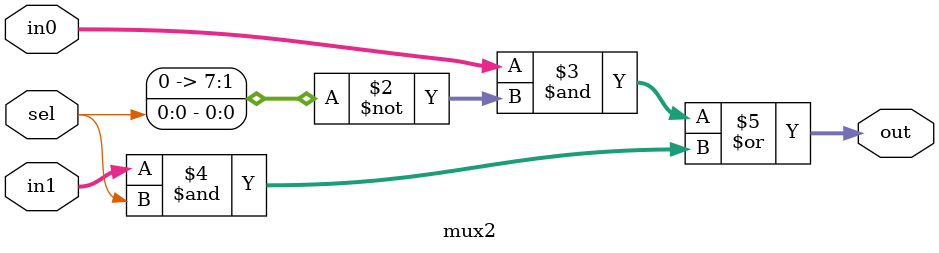
<source format=sv>
module mux2(input logic [7:0]in0,in1,
input logic sel, 
output logic [7:0] out);

assign out = (in0&~sel) | (in1&sel);

endmodule

</source>
